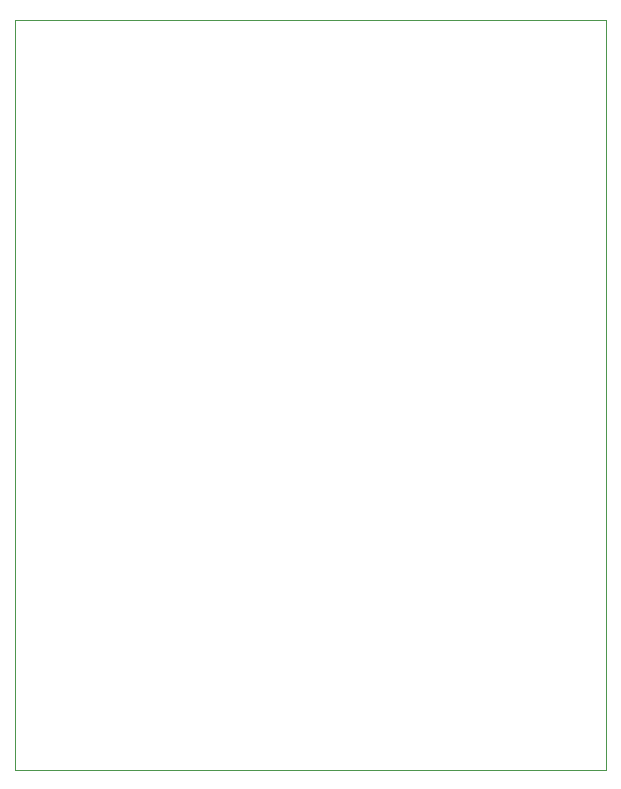
<source format=gm1>
G04*
G04 #@! TF.GenerationSoftware,Altium Limited,Altium Designer,21.2.2 (38)*
G04*
G04 Layer_Color=16711935*
%FSLAX25Y25*%
%MOIN*%
G70*
G04*
G04 #@! TF.SameCoordinates,9478AF75-F406-41B2-BF1A-F2BA18401FE8*
G04*
G04*
G04 #@! TF.FilePolarity,Positive*
G04*
G01*
G75*
%ADD104C,0.00394*%
D104*
X34646Y19685D02*
X231496D01*
Y269685D01*
X34646D02*
X231496D01*
X34646D02*
X34646Y19685D01*
M02*

</source>
